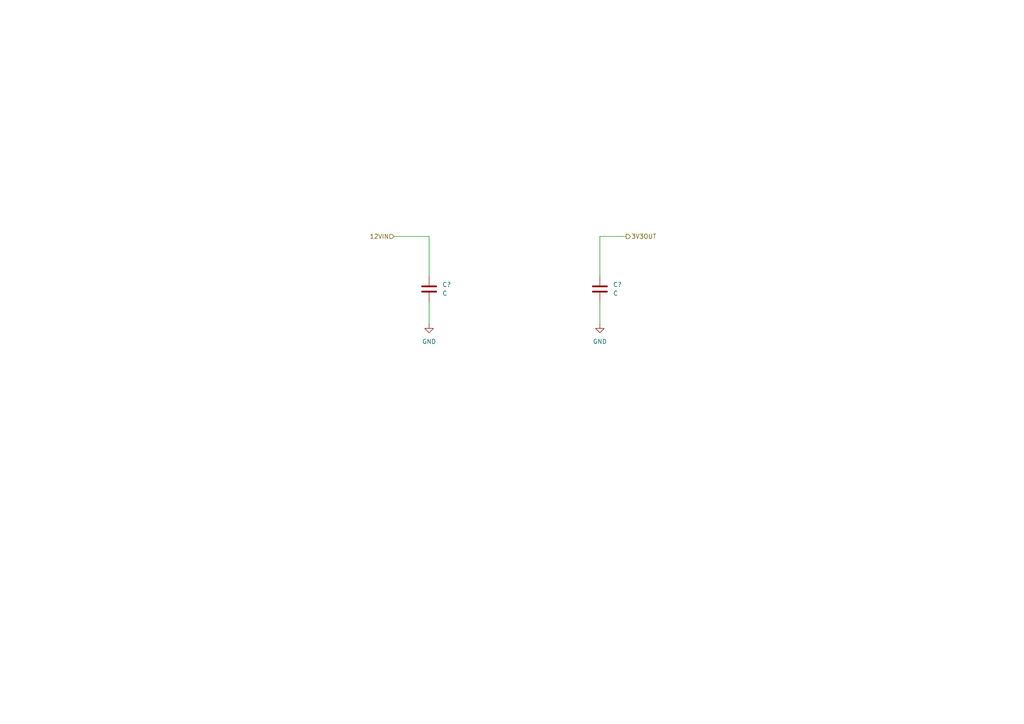
<source format=kicad_sch>
(kicad_sch (version 20250114) (generator "eeschema") (generator_version "9.0")
  (paper "A4")
  (lib_symbols
    (symbol "Device:C" (pin_numbers (hide yes)) (pin_names (offset 0.254))
      (property "Reference" "C" (at 0.635 2.54 0))
      (property "Value" "C" (at 0.635 -2.54 0))
      (symbol "C_0_1"
        (polyline (pts (xy -2.032 0.762) (xy 2.032 0.762)) (stroke (width 0.508)))
        (polyline (pts (xy -2.032 -0.762) (xy 2.032 -0.762)) (stroke (width 0.508)))
      )
      (symbol "C_1_1"
        (pin passive line (at 0 3.81 270) (length 2.794) (name "~") (number "1"))
        (pin passive line (at 0 -3.81 90) (length 2.794) (name "~") (number "2"))
      )
    )
    (symbol "power:GND" (power) (pin_numbers (hide yes)) (pin_names (offset 0) (hide yes))
      (property "Value" "GND" (at 0 -3.81 0))
      (symbol "GND_0_1"
        (polyline (pts (xy 0 0) (xy 0 -1.27) (xy 1.27 -1.27) (xy 0 -2.54) (xy -1.27 -1.27) (xy 0 -1.27)))
      )
      (symbol "GND_1_1"
        (pin power_in line (at 0 0 270) (length 0) (name "~") (number "1"))
      )
    )
  )
  (wire (pts (xy 181.61 68.58) (xy 173.99 68.58)))
  (wire (pts (xy 124.46 68.58) (xy 124.46 80.01)))
  (wire (pts (xy 173.99 87.63) (xy 173.99 93.98)))
  (wire (pts (xy 173.99 68.58) (xy 173.99 80.01)))
  (wire (pts (xy 114.3 68.58) (xy 124.46 68.58)))
  (wire (pts (xy 124.46 87.63) (xy 124.46 93.98)))
  (hierarchical_label "3V3OUT" (shape output) (at 181.61 68.58 0))
  (hierarchical_label "12VIN" (shape input) (at 114.3 68.58 180))
  (symbol (lib_id "Device:C") (at 173.99 83.82 0) (unit 1)
    (property "Reference" "C?" (at 177.8 82.5499 0) (effects (justify left)))
    (property "Value" "C" (at 177.8 85.0899 0) (effects (justify left)))
    (property "Description" "Unpolarized capacitor" (effects (hide yes)))
  )
  (symbol (lib_id "power:GND") (at 173.99 93.98 0) (unit 1)
    (property "Reference" "#PWR05" (effects (hide yes)))
    (property "Value" "GND" (at 173.99 99.06 0))
    (property "Description" "Power symbol creates a global label with name \"GND\" , ground" (effects (hide yes)))
  )
  (symbol (lib_id "power:GND") (at 124.46 93.98 0) (unit 1)
    (property "Reference" "#PWR04" (effects (hide yes)))
    (property "Value" "GND" (at 124.46 99.06 0))
    (property "Description" "Power symbol creates a global label with name \"GND\" , ground" (effects (hide yes)))
  )
  (symbol (lib_id "Device:C") (at 124.46 83.82 0) (unit 1)
    (property "Reference" "C?" (at 128.27 82.5499 0) (effects (justify left)))
    (property "Value" "C" (at 128.27 85.0899 0) (effects (justify left)))
    (property "Description" "Unpolarized capacitor" (effects (hide yes)))
  )
)
</source>
